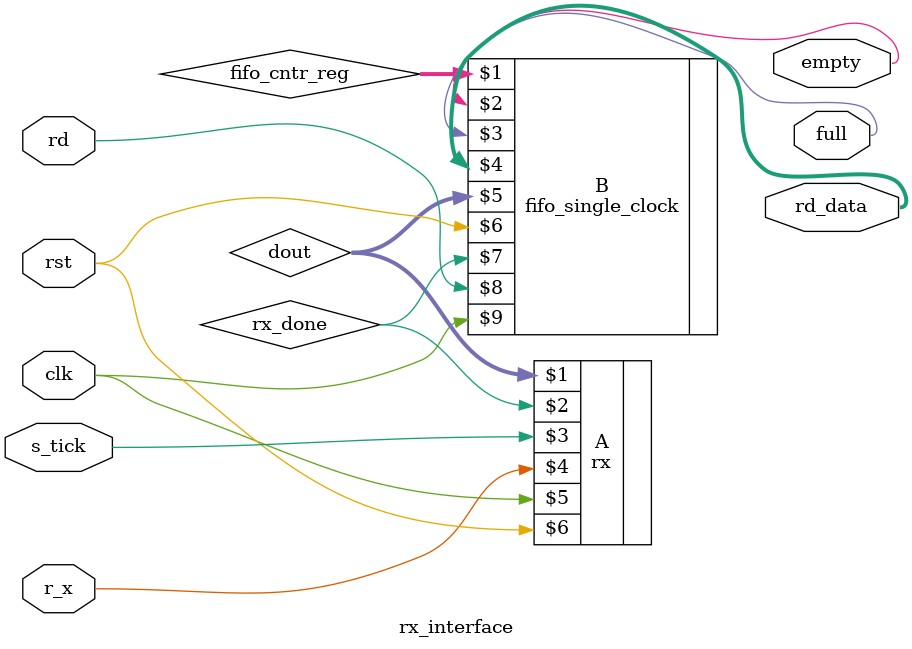
<source format=v>
module rx_interface(full,empty,rd_data,rd,s_tick,r_x,rst,clk);
	input wire rd, s_tick, clk, r_x, rst;
	output wire full, empty;
	output wire [7:0] rd_data;
	
	wire [7:0] dout;
	wire rx_done;
	wire [6:0] fifo_cntr_reg;
	
	rx A(dout,rx_done,s_tick,r_x,clk,rst);
	fifo_single_clock B(fifo_cntr_reg,empty,full,rd_data,dout,rst,rx_done,rd,clk);
endmodule
</source>
